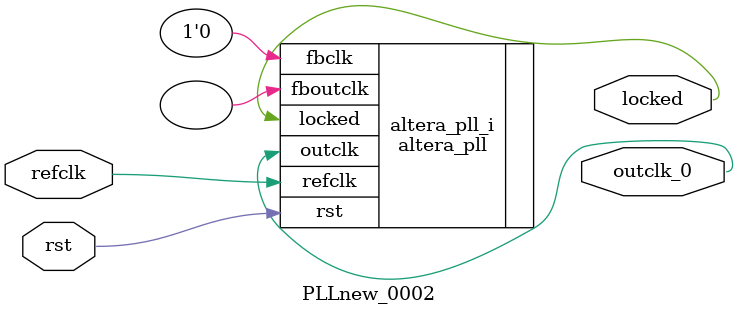
<source format=v>
`timescale 1ns/10ps
module  PLLnew_0002(

	// interface 'refclk'
	input wire refclk,

	// interface 'reset'
	input wire rst,

	// interface 'outclk0'
	output wire outclk_0,

	// interface 'locked'
	output wire locked
);

	altera_pll #(
		.fractional_vco_multiplier("false"),
		.reference_clock_frequency("50.0 MHz"),
		.operation_mode("direct"),
		.number_of_clocks(1),
		.output_clock_frequency0("37.000000 MHz"),
		.phase_shift0("0 ps"),
		.duty_cycle0(50),
		.output_clock_frequency1("0 MHz"),
		.phase_shift1("0 ps"),
		.duty_cycle1(50),
		.output_clock_frequency2("0 MHz"),
		.phase_shift2("0 ps"),
		.duty_cycle2(50),
		.output_clock_frequency3("0 MHz"),
		.phase_shift3("0 ps"),
		.duty_cycle3(50),
		.output_clock_frequency4("0 MHz"),
		.phase_shift4("0 ps"),
		.duty_cycle4(50),
		.output_clock_frequency5("0 MHz"),
		.phase_shift5("0 ps"),
		.duty_cycle5(50),
		.output_clock_frequency6("0 MHz"),
		.phase_shift6("0 ps"),
		.duty_cycle6(50),
		.output_clock_frequency7("0 MHz"),
		.phase_shift7("0 ps"),
		.duty_cycle7(50),
		.output_clock_frequency8("0 MHz"),
		.phase_shift8("0 ps"),
		.duty_cycle8(50),
		.output_clock_frequency9("0 MHz"),
		.phase_shift9("0 ps"),
		.duty_cycle9(50),
		.output_clock_frequency10("0 MHz"),
		.phase_shift10("0 ps"),
		.duty_cycle10(50),
		.output_clock_frequency11("0 MHz"),
		.phase_shift11("0 ps"),
		.duty_cycle11(50),
		.output_clock_frequency12("0 MHz"),
		.phase_shift12("0 ps"),
		.duty_cycle12(50),
		.output_clock_frequency13("0 MHz"),
		.phase_shift13("0 ps"),
		.duty_cycle13(50),
		.output_clock_frequency14("0 MHz"),
		.phase_shift14("0 ps"),
		.duty_cycle14(50),
		.output_clock_frequency15("0 MHz"),
		.phase_shift15("0 ps"),
		.duty_cycle15(50),
		.output_clock_frequency16("0 MHz"),
		.phase_shift16("0 ps"),
		.duty_cycle16(50),
		.output_clock_frequency17("0 MHz"),
		.phase_shift17("0 ps"),
		.duty_cycle17(50),
		.pll_type("General"),
		.pll_subtype("General")
	) altera_pll_i (
		.rst	(rst),
		.outclk	({outclk_0}),
		.locked	(locked),
		.fboutclk	( ),
		.fbclk	(1'b0),
		.refclk	(refclk)
	);
endmodule


</source>
